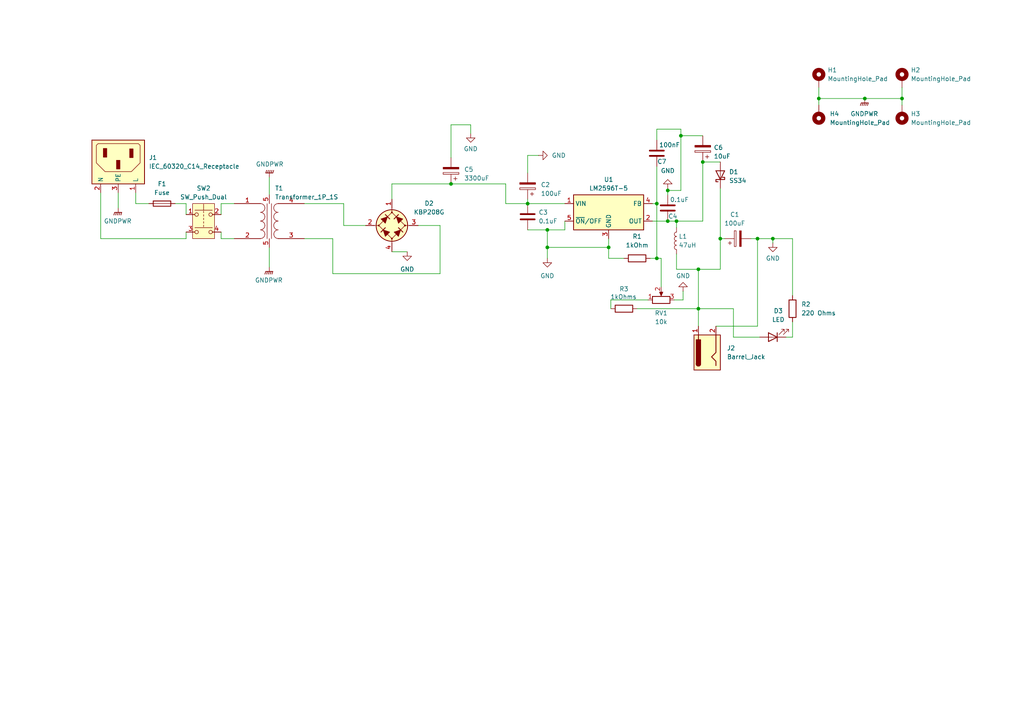
<source format=kicad_sch>
(kicad_sch (version 20250114) (generator "eeschema") (generator_version "9.0")
  (paper "A4")
  (lib_symbols
    (symbol "166Transformer:Transformer_1P_1S" (pin_names (offset 1.016) (hide yes))
      (property "Reference" "T" (at 0 6.35 0))
      (property "Value" "Transformer_1P_1S" (at 0 -7.62 0))
      (symbol "Transformer_1P_1S_0_1"
        (arc (start -1.27 3.81) (mid -1.656 2.9336) (end -2.54 2.5654))
        (arc (start -1.27 1.27) (mid -1.656 0.3936) (end -2.54 0.0254))
        (arc (start -1.27 -1.27) (mid -1.656 -2.1464) (end -2.54 -2.5146))
        (arc (start -1.27 -3.81) (mid -1.656 -4.6864) (end -2.54 -5.0546))
        (arc (start -2.54 5.08) (mid -1.642 4.708) (end -1.27 3.81))
        (arc (start -2.54 2.54) (mid -1.642 2.168) (end -1.27 1.27))
        (arc (start -2.54 0) (mid -1.642 -0.372) (end -1.27 -1.27))
        (arc (start -2.54 -2.54) (mid -1.642 -2.912) (end -1.27 -3.81))
        (polyline (pts (xy -0.635 5.08) (xy -0.635 -5.08)))
        (polyline (pts (xy 0.635 -5.08) (xy 0.635 5.08)))
        (arc (start 1.2954 3.81) (mid 1.6457 4.7117) (end 2.54 5.08))
        (arc (start 1.2954 1.27) (mid 1.6457 2.1717) (end 2.54 2.54))
        (arc (start 1.2954 -1.27) (mid 1.6457 -0.3683) (end 2.54 0))
        (arc (start 2.54 2.5654) (mid 1.6599 2.9299) (end 1.2954 3.81))
        (arc (start 2.54 0.0254) (mid 1.6599 0.3899) (end 1.2954 1.27))
        (arc (start 2.54 -2.5146) (mid 1.6599 -2.1501) (end 1.2954 -1.27))
        (arc (start 1.3208 -3.81) (mid 1.6711 -2.9085) (end 2.5654 -2.54))
        (arc (start 2.5654 -5.0546) (mid 1.6851 -4.6902) (end 1.3208 -3.81))
      )
      (symbol "Transformer_1P_1S_1_1"
        (pin passive line (at -10.16 5.08 0) (length 7.62) (name "AA") (number "1"))
        (pin passive line (at -10.16 -5.08 0) (length 7.62) (name "AB") (number "2"))
        (pin passive line (at 0 7.62 270) (length 2.54) (name "EGND") (number "5"))
        (pin passive line (at 0 -7.62 90) (length 2.54) (name "EGND") (number "5"))
        (pin passive line (at 10.16 5.08 180) (length 7.62) (name "SB") (number "4"))
        (pin passive line (at 10.16 -5.08 180) (length 7.62) (name "SA") (number "3"))
      )
    )
    (symbol "Connector:Barrel_Jack" (pin_names (offset 1.016))
      (property "Reference" "J" (at 0 5.334 0))
      (property "Value" "Barrel_Jack" (at 0 -5.08 0))
      (symbol "Barrel_Jack_0_1"
        (rectangle (start -5.08 3.81) (end 5.08 -3.81) (stroke (width 0.254)) (fill (type background)))
        (polyline (pts (xy -3.81 -2.54) (xy -2.54 -2.54) (xy -1.27 -1.27) (xy 0 -2.54) (xy 2.54 -2.54) (xy 5.08 -2.54)) (stroke (width 0.254)))
        (arc (start -3.302 1.905) (mid -3.9343 2.54) (end -3.302 3.175) (stroke (width 0.254)))
        (arc (start -3.302 1.905) (mid -3.9343 2.54) (end -3.302 3.175) (stroke (width 0.254)) (fill (type outline)))
        (rectangle (start 3.683 3.175) (end -3.302 1.905) (stroke (width 0.254)) (fill (type outline)))
        (polyline (pts (xy 5.08 2.54) (xy 3.81 2.54)) (stroke (width 0.254)))
      )
      (symbol "Barrel_Jack_1_1"
        (pin passive line (at 7.62 2.54 180) (length 2.54) (name "~") (number "1"))
        (pin passive line (at 7.62 -2.54 180) (length 2.54) (name "~") (number "2"))
      )
    )
    (symbol "Connector:IEC_60320_C14_Receptacle"
      (property "Reference" "J" (at -5.842 8.636 0))
      (property "Value" "IEC_60320_C14_Receptacle" (at 0 -9.144 0))
      (symbol "IEC_60320_C14_Receptacle_1_1"
        (rectangle (start -6.35 7.62) (end 6.35 -7.62) (stroke (width 0.254)) (fill (type background)))
        (polyline (pts (xy -4.826 -6.35) (xy -5.334 -5.842) (xy -5.334 5.842) (xy -4.826 6.35) (xy 0.254 6.35) (xy 2.794 3.81) (xy 2.794 -3.81) (xy 0.254 -6.35) (xy -4.826 -6.35)) (fill (type background)))
        (rectangle (start -3.937 -3.302) (end -1.397 -4.318) (fill (type outline)))
        (rectangle (start -3.81 4.318) (end -1.27 3.302) (fill (type outline)))
        (rectangle (start -0.508 0.508) (end 2.032 -0.508) (fill (type outline)))
        (pin power_in line (at 8.89 5.08 180) (length 2.54) (name "L") (number "1"))
        (pin bidirectional line (at 8.89 0 180) (length 2.54) (name "PE") (number "3"))
        (pin power_in line (at 8.89 -5.08 180) (length 2.54) (name "N") (number "2"))
      )
    )
    (symbol "Device:C" (pin_numbers (hide yes)) (pin_names (offset 0.254))
      (property "Reference" "C" (at 0.635 2.54 0))
      (property "Value" "C" (at 0.635 -2.54 0))
      (symbol "C_0_1"
        (polyline (pts (xy -2.032 0.762) (xy 2.032 0.762)) (stroke (width 0.508)))
        (polyline (pts (xy -2.032 -0.762) (xy 2.032 -0.762)) (stroke (width 0.508)))
      )
      (symbol "C_1_1"
        (pin passive line (at 0 3.81 270) (length 2.794) (name "~") (number "1"))
        (pin passive line (at 0 -3.81 90) (length 2.794) (name "~") (number "2"))
      )
    )
    (symbol "Device:C_Polarized" (pin_numbers (hide yes)) (pin_names (offset 0.254))
      (property "Reference" "C" (at 0.635 2.54 0))
      (property "Value" "C_Polarized" (at 0.635 -2.54 0))
      (symbol "C_Polarized_0_1"
        (rectangle (start -2.286 0.508) (end 2.286 1.016))
        (polyline (pts (xy -1.778 2.286) (xy -0.762 2.286)))
        (polyline (pts (xy -1.27 2.794) (xy -1.27 1.778)))
        (rectangle (start 2.286 -0.508) (end -2.286 -1.016) (fill (type outline)))
      )
      (symbol "C_Polarized_1_1"
        (pin passive line (at 0 3.81 270) (length 2.794) (name "~") (number "1"))
        (pin passive line (at 0 -3.81 90) (length 2.794) (name "~") (number "2"))
      )
    )
    (symbol "Device:D_Schottky" (pin_numbers (hide yes)) (pin_names (offset 1.016) (hide yes))
      (property "Reference" "D" (at 0 2.54 0))
      (property "Value" "D_Schottky" (at 0 -2.54 0))
      (symbol "D_Schottky_0_1"
        (polyline (pts (xy -1.905 0.635) (xy -1.905 1.27) (xy -1.27 1.27) (xy -1.27 -1.27) (xy -0.635 -1.27) (xy -0.635 -0.635)) (stroke (width 0.254)))
        (polyline (pts (xy 1.27 1.27) (xy 1.27 -1.27) (xy -1.27 0) (xy 1.27 1.27)) (stroke (width 0.254)))
        (polyline (pts (xy 1.27 0) (xy -1.27 0)))
      )
      (symbol "D_Schottky_1_1"
        (pin passive line (at -3.81 0 0) (length 2.54) (name "K") (number "1"))
        (pin passive line (at 3.81 0 180) (length 2.54) (name "A") (number "2"))
      )
    )
    (symbol "Device:Fuse" (pin_numbers (hide yes)) (pin_names (offset 0))
      (property "Reference" "F" (at 2.032 0 90))
      (property "Value" "Fuse" (at -1.905 0 90))
      (symbol "Fuse_0_1"
        (rectangle (start -0.762 -2.54) (end 0.762 2.54) (stroke (width 0.254)))
        (polyline (pts (xy 0 2.54) (xy 0 -2.54)))
      )
      (symbol "Fuse_1_1"
        (pin passive line (at 0 3.81 270) (length 1.27) (name "~") (number "1"))
        (pin passive line (at 0 -3.81 90) (length 1.27) (name "~") (number "2"))
      )
    )
    (symbol "Device:L" (pin_numbers (hide yes)) (pin_names (offset 1.016) (hide yes))
      (property "Reference" "L" (at -1.27 0 90))
      (property "Value" "L" (at 1.905 0 90))
      (symbol "L_0_1"
        (arc (start 0 2.54) (mid 0.6323 1.905) (end 0 1.27))
        (arc (start 0 1.27) (mid 0.6323 0.635) (end 0 0))
        (arc (start 0 0) (mid 0.6323 -0.635) (end 0 -1.27))
        (arc (start 0 -1.27) (mid 0.6323 -1.905) (end 0 -2.54))
      )
      (symbol "L_1_1"
        (pin passive line (at 0 3.81 270) (length 1.27) (name "1") (number "1"))
        (pin passive line (at 0 -3.81 90) (length 1.27) (name "2") (number "2"))
      )
    )
    (symbol "Device:LED" (pin_numbers (hide yes)) (pin_names (offset 1.016) (hide yes))
      (property "Reference" "D" (at 0 2.54 0))
      (property "Value" "LED" (at 0 -2.54 0))
      (symbol "LED_0_1"
        (polyline (pts (xy -3.048 -0.762) (xy -4.572 -2.286) (xy -3.81 -2.286) (xy -4.572 -2.286) (xy -4.572 -1.524)))
        (polyline (pts (xy -1.778 -0.762) (xy -3.302 -2.286) (xy -2.54 -2.286) (xy -3.302 -2.286) (xy -3.302 -1.524)))
        (polyline (pts (xy -1.27 0) (xy 1.27 0)))
        (polyline (pts (xy -1.27 -1.27) (xy -1.27 1.27)) (stroke (width 0.254)))
        (polyline (pts (xy 1.27 -1.27) (xy 1.27 1.27) (xy -1.27 0) (xy 1.27 -1.27)) (stroke (width 0.254)))
      )
      (symbol "LED_1_1"
        (pin passive line (at -3.81 0 0) (length 2.54) (name "K") (number "1"))
        (pin passive line (at 3.81 0 180) (length 2.54) (name "A") (number "2"))
      )
    )
    (symbol "Device:R" (pin_numbers (hide yes)) (pin_names (offset 0))
      (property "Reference" "R" (at 2.032 0 90))
      (property "Value" "R" (at 0 0 90))
      (symbol "R_0_1"
        (rectangle (start -1.016 -2.54) (end 1.016 2.54) (stroke (width 0.254)))
      )
      (symbol "R_1_1"
        (pin passive line (at 0 3.81 270) (length 1.27) (name "~") (number "1"))
        (pin passive line (at 0 -3.81 90) (length 1.27) (name "~") (number "2"))
      )
    )
    (symbol "Device:R_Potentiometer" (pin_names (offset 1.016) (hide yes))
      (property "Reference" "RV" (at -4.445 0 90))
      (property "Value" "R_Potentiometer" (at -2.54 0 90))
      (symbol "R_Potentiometer_0_1"
        (rectangle (start 1.016 2.54) (end -1.016 -2.54) (stroke (width 0.254)))
        (polyline (pts (xy 1.143 0) (xy 2.286 0.508) (xy 2.286 -0.508) (xy 1.143 0)) (fill (type outline)))
        (polyline (pts (xy 2.54 0) (xy 1.524 0)))
      )
      (symbol "R_Potentiometer_1_1"
        (pin passive line (at 0 3.81 270) (length 1.27) (name "1") (number "1"))
        (pin passive line (at 0 -3.81 90) (length 1.27) (name "3") (number "3"))
        (pin passive line (at 3.81 0 180) (length 1.27) (name "2") (number "2"))
      )
    )
    (symbol "Mechanical:MountingHole_Pad" (pin_numbers (hide yes)) (pin_names (offset 1.016) (hide yes)) (in_bom no)
      (property "Reference" "H" (at 0 6.35 0))
      (property "Value" "MountingHole_Pad" (at 0 4.445 0))
      (symbol "MountingHole_Pad_0_1"
        (circle (center 0 1.27) (radius 1.27) (stroke (width 1.27)))
      )
      (symbol "MountingHole_Pad_1_1"
        (pin input line (at 0 -2.54 90) (length 2.54) (name "1") (number "1"))
      )
    )
    (symbol "PCM_Diode_Bridge_AKL:KBP208G" (pin_names (offset 1.016) (hide yes))
      (property "Reference" "D" (at 5.08 7.62 0))
      (property "Value" "KBP208G" (at 5.08 5.08 0))
      (symbol "KBP208G_0_1"
        (polyline (pts (xy -5.08 0) (xy -3.81 0)))
        (circle (center -3.81 0) (radius 0.1778) (fill (type outline)))
        (polyline (pts (xy -2.54 -1.27) (xy -1.905 -3.175) (xy -0.635 -1.905) (xy -2.54 -1.27)) (fill (type outline)))
        (polyline (pts (xy -1.905 3.175) (xy -0.635 1.905)) (stroke (width 0.254)))
        (polyline (pts (xy -1.905 -0.635) (xy -3.175 -1.905)) (stroke (width 0.254)))
        (polyline (pts (xy -1.27 2.54) (xy -1.905 0.635) (xy -3.175 1.905) (xy -1.27 2.54)) (fill (type outline)))
        (polyline (pts (xy 0 5.08) (xy 0 3.81)))
        (polyline (pts (xy 0 3.81) (xy -3.81 0) (xy 0 -3.81) (xy 3.81 0) (xy 0 3.81)))
        (circle (center 0 0) (radius 4.572) (stroke (width 0.254)) (fill (type background)))
        (polyline (pts (xy 0 -5.08) (xy 0 -3.81)))
        (polyline (pts (xy 1.27 2.54) (xy 3.175 1.905) (xy 1.905 0.635) (xy 1.27 2.54)) (fill (type outline)))
        (polyline (pts (xy 1.905 3.175) (xy 0.635 1.905)) (stroke (width 0.254)))
        (polyline (pts (xy 2.54 -1.27) (xy 0.635 -1.905) (xy 1.905 -3.175) (xy 2.54 -1.27)) (fill (type outline)))
        (polyline (pts (xy 3.175 -1.905) (xy 1.905 -0.635)) (stroke (width 0.254)))
        (polyline (pts (xy 5.08 0) (xy 3.81 0)))
      )
      (symbol "KBP208G_1_1"
        (circle (center 0 3.81) (radius 0.1778) (fill (type outline)))
        (circle (center 0 -3.81) (radius 0.1778) (fill (type outline)))
        (circle (center 3.81 0) (radius 0.1778) (fill (type outline)))
        (pin passive line (at -7.62 0 0) (length 2.54) (name "1") (number "2"))
        (pin passive line (at 0 7.62 270) (length 2.54) (name "+") (number "1"))
        (pin passive line (at 0 -7.62 90) (length 2.54) (name "-") (number "4"))
        (pin passive line (at 7.62 0 180) (length 2.54) (name "2") (number "3"))
      )
    )
    (symbol "Regulator_Switching:LM2596T-5"
      (property "Reference" "U" (at -10.16 6.35 0))
      (property "Value" "LM2596T-5" (at 0 6.35 0))
      (symbol "LM2596T-5_0_1"
        (rectangle (start -10.16 5.08) (end 10.16 -5.08) (stroke (width 0.254)) (fill (type background)))
      )
      (symbol "LM2596T-5_1_1"
        (pin power_in line (at -12.7 2.54 0) (length 2.54) (name "VIN") (number "1"))
        (pin input line (at -12.7 -2.54 0) (length 2.54) (name "~{ON}/OFF") (number "5"))
        (pin power_in line (at 0 -7.62 90) (length 2.54) (name "GND") (number "3"))
        (pin input line (at 12.7 2.54 180) (length 2.54) (name "FB") (number "4"))
        (pin output line (at 12.7 -2.54 180) (length 2.54) (name "OUT") (number "2"))
      )
    )
    (symbol "Switch:SW_Push_Dual" (pin_names (offset 1.016) (hide yes))
      (property "Reference" "SW" (at 0 7.62 0))
      (property "Value" "SW_Push_Dual" (at 0 -6.35 0))
      (symbol "SW_Push_Dual_0_1"
        (circle (center -2.032 2.54) (radius 0.508))
        (circle (center -2.032 -2.54) (radius 0.508))
        (polyline (pts (xy 0 3.81) (xy 0 5.588)))
        (polyline (pts (xy 0 3.048) (xy 0 3.556)))
        (polyline (pts (xy 0 2.032) (xy 0 2.54)))
        (polyline (pts (xy 0 1.016) (xy 0 1.524)))
        (polyline (pts (xy 0 0.508) (xy 0 0)))
        (polyline (pts (xy 0 -0.508) (xy 0 -1.016)))
        (circle (center 2.032 2.54) (radius 0.508))
        (circle (center 2.032 -2.54) (radius 0.508))
        (polyline (pts (xy 2.54 3.81) (xy -2.54 3.81)))
        (polyline (pts (xy 2.54 -1.27) (xy -2.54 -1.27)))
        (pin passive line (at -5.08 2.54 0) (length 2.54) (name "1") (number "1"))
        (pin passive line (at -5.08 -2.54 0) (length 2.54) (name "3") (number "3"))
        (pin passive line (at 5.08 2.54 180) (length 2.54) (name "2") (number "2"))
        (pin passive line (at 5.08 -2.54 180) (length 2.54) (name "4") (number "4"))
      )
      (symbol "SW_Push_Dual_1_1"
        (rectangle (start -3.175 5.715) (end 3.175 -4.445) (fill (type background)))
      )
    )
    (symbol "power:GND" (power) (pin_numbers (hide yes)) (pin_names (offset 0) (hide yes))
      (property "Value" "GND" (at 0 -3.81 0))
      (symbol "GND_0_1"
        (polyline (pts (xy 0 0) (xy 0 -1.27) (xy 1.27 -1.27) (xy 0 -2.54) (xy -1.27 -1.27) (xy 0 -1.27)))
      )
      (symbol "GND_1_1"
        (pin power_in line (at 0 0 270) (length 0) (name "~") (number "1"))
      )
    )
    (symbol "power:GNDPWR" (power) (pin_numbers (hide yes)) (pin_names (offset 0) (hide yes))
      (property "Value" "GNDPWR" (at 0 -3.302 0))
      (symbol "GNDPWR_0_1"
        (polyline (pts (xy -1.016 -1.27) (xy -1.27 -2.032) (xy -1.27 -2.032)) (stroke (width 0.2032)))
        (polyline (pts (xy -0.508 -1.27) (xy -0.762 -2.032) (xy -0.762 -2.032)) (stroke (width 0.2032)))
        (polyline (pts (xy 0 -1.27) (xy 0 0)))
        (polyline (pts (xy 0 -1.27) (xy -0.254 -2.032) (xy -0.254 -2.032)) (stroke (width 0.2032)))
        (polyline (pts (xy 0.508 -1.27) (xy 0.254 -2.032) (xy 0.254 -2.032)) (stroke (width 0.2032)))
        (polyline (pts (xy 1.016 -1.27) (xy -1.016 -1.27) (xy -1.016 -1.27)) (stroke (width 0.2032)))
        (polyline (pts (xy 1.016 -1.27) (xy 0.762 -2.032) (xy 0.762 -2.032) (xy 0.762 -2.032)) (stroke (width 0.2032)))
      )
      (symbol "GNDPWR_1_1"
        (pin power_in line (at 0 0 270) (length 0) (name "~") (number "1"))
      )
    )
  )
  (junction (at 203.835 46.99))
  (junction (at 196.215 64.135))
  (junction (at 261.62 28.575))
  (junction (at 208.915 69.215))
  (junction (at 153.035 59.055))
  (junction (at 193.675 64.135))
  (junction (at 224.155 69.215))
  (junction (at 190.5 59.055))
  (junction (at 158.75 71.755))
  (junction (at 176.53 71.755))
  (junction (at 250.825 28.575))
  (junction (at 219.71 69.215))
  (junction (at 130.81 53.34))
  (junction (at 237.49 28.575))
  (junction (at 202.565 78.105))
  (junction (at 158.75 66.675))
  (junction (at 197.485 39.37))
  (junction (at 202.565 89.535))
  (junction (at 193.675 55.245))
  (junction (at 190.5 74.93))
  (wire (pts (xy 113.665 73.025) (xy 118.11 73.025)))
  (wire (pts (xy 193.675 54.61) (xy 193.675 55.245)))
  (wire (pts (xy 136.525 36.195) (xy 136.525 38.735)))
  (wire (pts (xy 212.725 89.535) (xy 202.565 89.535)))
  (wire (pts (xy 237.49 28.575) (xy 250.825 28.575)))
  (wire (pts (xy 158.75 71.755) (xy 158.75 74.93)))
  (wire (pts (xy 153.035 66.675) (xy 158.75 66.675)))
  (wire (pts (xy 113.665 53.34) (xy 130.81 53.34)))
  (wire (pts (xy 96.52 79.375) (xy 127.635 79.375)))
  (wire (pts (xy 99.695 65.405) (xy 99.695 59.055)))
  (wire (pts (xy 203.835 46.99) (xy 208.915 46.99)))
  (wire (pts (xy 130.81 53.34) (xy 146.685 53.34)))
  (wire (pts (xy 190.5 40.64) (xy 190.5 37.465)))
  (wire (pts (xy 190.5 74.93) (xy 191.77 74.93)))
  (wire (pts (xy 237.49 30.48) (xy 237.49 28.575)))
  (wire (pts (xy 158.75 66.675) (xy 158.75 71.755)))
  (wire (pts (xy 180.975 74.93) (xy 176.53 74.93)))
  (wire (pts (xy 153.035 59.055) (xy 163.83 59.055)))
  (wire (pts (xy 163.83 66.675) (xy 158.75 66.675)))
  (wire (pts (xy 202.565 94.615) (xy 202.565 89.535)))
  (wire (pts (xy 153.035 45.085) (xy 156.21 45.085)))
  (wire (pts (xy 190.5 48.26) (xy 190.5 59.055)))
  (wire (pts (xy 153.035 59.055) (xy 146.685 59.055)))
  (wire (pts (xy 196.215 78.105) (xy 202.565 78.105)))
  (wire (pts (xy 208.915 54.61) (xy 208.915 69.215)))
  (wire (pts (xy 229.87 97.79) (xy 229.87 93.345)))
  (wire (pts (xy 197.485 37.465) (xy 197.485 39.37)))
  (wire (pts (xy 64.135 69.215) (xy 67.945 69.215)))
  (wire (pts (xy 64.135 59.055) (xy 67.945 59.055)))
  (wire (pts (xy 229.87 85.725) (xy 229.87 69.215)))
  (wire (pts (xy 261.62 25.4) (xy 261.62 28.575)))
  (wire (pts (xy 43.18 59.055) (xy 39.37 59.055)))
  (wire (pts (xy 219.71 69.215) (xy 217.805 69.215)))
  (wire (pts (xy 208.915 69.215) (xy 208.915 78.105)))
  (wire (pts (xy 193.675 55.245) (xy 193.675 56.515)))
  (wire (pts (xy 130.81 45.72) (xy 130.81 36.195)))
  (wire (pts (xy 212.725 97.79) (xy 212.725 89.535)))
  (wire (pts (xy 224.155 69.215) (xy 219.71 69.215)))
  (wire (pts (xy 176.53 71.755) (xy 158.75 71.755)))
  (wire (pts (xy 191.77 74.93) (xy 191.77 83.185)))
  (wire (pts (xy 153.035 50.165) (xy 153.035 45.085)))
  (wire (pts (xy 196.215 78.105) (xy 196.215 73.66)))
  (wire (pts (xy 202.565 78.105) (xy 202.565 89.535)))
  (wire (pts (xy 208.915 69.215) (xy 210.185 69.215)))
  (wire (pts (xy 195.58 86.995) (xy 198.12 86.995)))
  (wire (pts (xy 189.23 64.135) (xy 193.675 64.135)))
  (wire (pts (xy 176.53 74.93) (xy 176.53 71.755)))
  (wire (pts (xy 219.71 94.615) (xy 219.71 69.215)))
  (wire (pts (xy 64.135 67.31) (xy 64.135 69.215)))
  (wire (pts (xy 203.835 64.135) (xy 196.215 64.135)))
  (wire (pts (xy 146.685 53.34) (xy 146.685 59.055)))
  (wire (pts (xy 78.105 71.755) (xy 78.105 77.47)))
  (wire (pts (xy 237.49 25.4) (xy 237.49 28.575)))
  (wire (pts (xy 177.165 86.995) (xy 177.165 89.535)))
  (wire (pts (xy 176.53 69.215) (xy 176.53 71.755)))
  (wire (pts (xy 99.695 59.055) (xy 88.265 59.055)))
  (wire (pts (xy 196.215 64.135) (xy 193.675 64.135)))
  (wire (pts (xy 113.665 57.785) (xy 113.665 53.34)))
  (wire (pts (xy 96.52 69.215) (xy 96.52 79.375)))
  (wire (pts (xy 220.345 97.79) (xy 212.725 97.79)))
  (wire (pts (xy 229.87 69.215) (xy 224.155 69.215)))
  (wire (pts (xy 261.62 28.575) (xy 250.825 28.575)))
  (wire (pts (xy 106.045 65.405) (xy 99.695 65.405)))
  (wire (pts (xy 196.215 66.04) (xy 196.215 64.135)))
  (wire (pts (xy 53.975 69.215) (xy 29.21 69.215)))
  (wire (pts (xy 190.5 37.465) (xy 197.485 37.465)))
  (wire (pts (xy 50.8 59.055) (xy 53.975 59.055)))
  (wire (pts (xy 184.785 89.535) (xy 202.565 89.535)))
  (wire (pts (xy 53.975 67.31) (xy 53.975 69.215)))
  (wire (pts (xy 53.975 59.055) (xy 53.975 62.23)))
  (wire (pts (xy 197.485 55.245) (xy 193.675 55.245)))
  (wire (pts (xy 224.155 70.485) (xy 224.155 69.215)))
  (wire (pts (xy 188.595 74.93) (xy 190.5 74.93)))
  (wire (pts (xy 163.83 64.135) (xy 163.83 66.675)))
  (wire (pts (xy 189.23 59.055) (xy 190.5 59.055)))
  (wire (pts (xy 198.12 84.455) (xy 198.12 86.995)))
  (wire (pts (xy 190.5 59.055) (xy 190.5 74.93)))
  (wire (pts (xy 127.635 65.405) (xy 121.285 65.405)))
  (wire (pts (xy 127.635 79.375) (xy 127.635 65.405)))
  (wire (pts (xy 29.21 55.88) (xy 29.21 69.215)))
  (wire (pts (xy 227.965 97.79) (xy 229.87 97.79)))
  (wire (pts (xy 207.645 94.615) (xy 219.71 94.615)))
  (wire (pts (xy 88.265 69.215) (xy 96.52 69.215)))
  (wire (pts (xy 203.835 46.99) (xy 203.835 64.135)))
  (wire (pts (xy 208.915 78.105) (xy 202.565 78.105)))
  (wire (pts (xy 153.035 57.785) (xy 153.035 59.055)))
  (wire (pts (xy 34.29 55.88) (xy 34.29 60.325)))
  (wire (pts (xy 64.135 59.055) (xy 64.135 62.23)))
  (wire (pts (xy 130.81 36.195) (xy 136.525 36.195)))
  (wire (pts (xy 78.105 51.435) (xy 78.105 56.515)))
  (wire (pts (xy 203.835 39.37) (xy 197.485 39.37)))
  (wire (pts (xy 197.485 39.37) (xy 197.485 55.245)))
  (wire (pts (xy 187.96 86.995) (xy 177.165 86.995)))
  (wire (pts (xy 39.37 55.88) (xy 39.37 59.055)))
  (wire (pts (xy 261.62 30.48) (xy 261.62 28.575)))
  (symbol (lib_id "Mechanical:MountingHole_Pad") (at 261.62 33.02 180) (unit 1) (in_bom no)
    (property "Reference" "H3" (at 264.16 33.0199 0) (effects (justify right)))
    (property "Value" "MountingHole_Pad" (at 264.16 35.5599 0) (effects (justify right)))
    (property "Footprint" "MountingHole:MountingHole_2.2mm_M2_DIN965_Pad" (effects (hide yes)))
    (property "Description" "Mounting Hole with connection" (effects (hide yes)))
  )
  (symbol (lib_id "Switch:SW_Push_Dual") (at 59.055 64.77 0) (unit 1)
    (property "Reference" "SW2" (at 59.055 54.61 0))
    (property "Value" "SW_Push_Dual" (at 59.055 57.15 0))
    (property "Footprint" "166_LIB:ST24_SWITCH" (effects (hide yes)))
    (property "Description" "Push button switch, generic, symbol, four pins" (effects (hide yes)))
  )
  (symbol (lib_id "power:GNDPWR") (at 78.105 77.47 0) (unit 1)
    (property "Reference" "#PWR08" (effects (hide yes)))
    (property "Value" "GNDPWR" (at 77.978 81.28 0))
    (property "Description" "Power symbol creates a global label with name \"GNDPWR\" , global ground" (effects (hide yes)))
  )
  (symbol (lib_id "power:GND") (at 224.155 70.485 0) (unit 1)
    (property "Reference" "#PWR03" (effects (hide yes)))
    (property "Value" "GND" (at 224.155 74.93 0))
    (property "Description" "Power symbol creates a global label with name \"GND\" , ground" (effects (hide yes)))
  )
  (symbol (lib_id "Device:L") (at 196.215 69.85 180) (unit 1)
    (property "Reference" "L1" (at 196.85 68.5799 0) (effects (justify right)))
    (property "Value" "47uH" (at 196.85 71.1199 0) (effects (justify right)))
    (property "Footprint" "Inductor_THT:L_Axial_L5.3mm_D2.2mm_P10.16mm_Horizontal_Vishay_IM-1" (effects (hide yes)))
    (property "Description" "Inductor" (effects (hide yes)))
  )
  (symbol (lib_id "Mechanical:MountingHole_Pad") (at 261.62 22.86 0) (unit 1) (in_bom no)
    (property "Reference" "H2" (at 264.16 20.3199 0) (effects (justify left)))
    (property "Value" "MountingHole_Pad" (at 264.16 22.8599 0) (effects (justify left)))
    (property "Footprint" "MountingHole:MountingHole_2.2mm_M2_DIN965_Pad" (effects (hide yes)))
    (property "Description" "Mounting Hole with connection" (effects (hide yes)))
  )
  (symbol (lib_id "166Transformer:Transformer_1P_1S") (at 78.105 64.135 0) (unit 1)
    (property "Reference" "T1" (at 79.7561 54.61 0) (effects (justify left)))
    (property "Value" "Transformer_1P_1S" (at 79.7561 57.15 0) (effects (justify left)))
    (property "Footprint" "166_LIB:Transformer_166J" (effects (hide yes)))
    (property "Description" "Transformer, single primary, single secondary" (effects (hide yes)))
  )
  (symbol (lib_id "Connector:Barrel_Jack") (at 205.105 102.235 90) (unit 1)
    (property "Reference" "J2" (at 210.82 100.9649 90) (effects (justify right)))
    (property "Value" "Barrel_Jack" (at 210.82 103.5049 90) (effects (justify right)))
    (property "Footprint" "Connector_BarrelJack:BarrelJack_SwitchcraftConxall_RAPC10U_Horizontal" (effects (hide yes)))
    (property "Description" "DC Barrel Jack" (effects (hide yes)))
  )
  (symbol (lib_id "power:GND") (at 156.21 45.085 90) (unit 1)
    (property "Reference" "#PWR04" (effects (hide yes)))
    (property "Value" "GND" (at 160.02 45.0849 90) (effects (justify right)))
    (property "Description" "Power symbol creates a global label with name \"GND\" , ground" (effects (hide yes)))
  )
  (symbol (lib_id "Device:R") (at 180.975 89.535 270) (unit 1)
    (property "Reference" "R3" (at 180.975 83.82 90))
    (property "Value" "1kOhms" (at 180.848 86.106 90))
    (property "Footprint" "PCM_Resistor_THT_AKL:R_Axial_DIN0207_L6.3mm_D2.5mm_P10.16mm_Horizontal" (effects (hide yes)))
    (property "Description" "Resistor" (effects (hide yes)))
  )
  (symbol (lib_id "Device:D_Schottky") (at 208.915 50.8 90) (unit 1)
    (property "Reference" "D1" (at 211.455 49.8474 90) (effects (justify right)))
    (property "Value" "SS34" (at 211.455 52.3874 90) (effects (justify right)))
    (property "Footprint" "Diode_THT:D_5W_P10.16mm_Horizontal" (effects (hide yes)))
    (property "Description" "Schottky diode" (effects (hide yes)))
  )
  (symbol (lib_id "power:GND") (at 136.525 38.735 0) (unit 1)
    (property "Reference" "#PWR07" (effects (hide yes)))
    (property "Value" "GND" (at 136.525 43.18 0))
    (property "Description" "Power symbol creates a global label with name \"GND\" , ground" (effects (hide yes)))
  )
  (symbol (lib_id "Device:C") (at 153.035 62.865 0) (unit 1)
    (property "Reference" "C3" (at 156.21 61.5949 0) (effects (justify left)))
    (property "Value" "0.1uF" (at 156.21 64.1349 0) (effects (justify left)))
    (property "Footprint" "Capacitor_THT:C_Axial_L3.8mm_D2.6mm_P7.50mm_Horizontal" (effects (hide yes)))
    (property "Description" "Unpolarized capacitor" (effects (hide yes)))
  )
  (symbol (lib_id "Device:C_Polarized") (at 153.035 53.975 180) (unit 1)
    (property "Reference" "C2" (at 156.845 53.5939 0) (effects (justify right)))
    (property "Value" "100uF" (at 156.845 56.1339 0) (effects (justify right)))
    (property "Footprint" "Capacitor_THT:CP_Radial_D5.0mm_P2.00mm" (effects (hide yes)))
    (property "Description" "Polarized capacitor" (effects (hide yes)))
  )
  (symbol (lib_id "Device:Fuse") (at 46.99 59.055 90) (unit 1)
    (property "Reference" "F1" (at 46.99 53.34 90))
    (property "Value" "Fuse" (at 46.99 55.88 90))
    (property "Footprint" "Fuse:Fuseholder_Clip-6.3x32mm_Littelfuse_102071_Inline_P34.70x7.60mm_D2.00mm_Horizontal" (effects (hide yes)))
    (property "Description" "Fuse" (effects (hide yes)))
  )
  (symbol (lib_id "power:GND") (at 118.11 73.025 0) (unit 1)
    (property "Reference" "#PWR06" (effects (hide yes)))
    (property "Value" "GND" (at 118.11 78.105 0))
    (property "Description" "Power symbol creates a global label with name \"GND\" , ground" (effects (hide yes)))
  )
  (symbol (lib_id "power:GND") (at 193.675 54.61 180) (unit 1)
    (property "Reference" "#PWR05" (effects (hide yes)))
    (property "Value" "GND" (at 193.675 49.53 0))
    (property "Description" "Power symbol creates a global label with name \"GND\" , ground" (effects (hide yes)))
  )
  (symbol (lib_id "power:GND") (at 158.75 74.93 0) (unit 1)
    (property "Reference" "#PWR02" (effects (hide yes)))
    (property "Value" "GND" (at 158.75 80.01 0))
    (property "Description" "Power symbol creates a global label with name \"GND\" , ground" (effects (hide yes)))
  )
  (symbol (lib_id "Device:R") (at 229.87 89.535 0) (unit 1)
    (property "Reference" "R2" (at 232.41 88.2649 0) (effects (justify left)))
    (property "Value" "220 Ohms" (at 232.41 90.8049 0) (effects (justify left)))
    (property "Footprint" "PCM_Resistor_THT_AKL:R_Axial_DIN0207_L6.3mm_D2.5mm_P10.16mm_Horizontal" (effects (hide yes)))
    (property "Description" "Resistor" (effects (hide yes)))
  )
  (symbol (lib_id "Device:C") (at 193.675 60.325 0) (unit 1)
    (property "Reference" "C4" (at 193.802 62.738 0) (effects (justify left)))
    (property "Value" "0.1uF" (at 194.31 57.912 0) (effects (justify left)))
    (property "Footprint" "Capacitor_THT:C_Axial_L3.8mm_D2.6mm_P7.50mm_Horizontal" (effects (hide yes)))
    (property "Description" "Unpolarized capacitor" (effects (hide yes)))
  )
  (symbol (lib_id "Device:C") (at 190.5 44.45 0) (unit 1)
    (property "Reference" "C7" (at 190.627 46.863 0) (effects (justify left)))
    (property "Value" "100nF" (at 191.135 42.037 0) (effects (justify left)))
    (property "Footprint" "Capacitor_THT:C_Axial_L3.8mm_D2.6mm_P7.50mm_Horizontal" (effects (hide yes)))
    (property "Description" "Unpolarized capacitor" (effects (hide yes)))
  )
  (symbol (lib_id "power:GND") (at 198.12 84.455 180) (unit 1)
    (property "Reference" "#PWR011" (effects (hide yes)))
    (property "Value" "GND" (at 198.12 80.01 0))
    (property "Description" "Power symbol creates a global label with name \"GND\" , ground" (effects (hide yes)))
  )
  (symbol (lib_id "PCM_Diode_Bridge_AKL:KBP208G") (at 113.665 65.405 0) (unit 1)
    (property "Reference" "D2" (at 124.46 58.9848 0))
    (property "Value" "KBP208G" (at 124.46 61.5248 0))
    (property "Footprint" "PCM_Diode_THT_AKL:Diode_Bridge_KBP" (effects (hide yes)))
    (property "Datasheet" "https://www.tme.eu/Document/d4bb250e05ce14ef0c1e7c773ee2a730/KBP210G.pdf" (effects (hide yes)))
    (property "Description" "2A, 800V, THT Diode bridge, Alternate KiCAD Library" (effects (hide yes)))
  )
  (symbol (lib_id "Mechanical:MountingHole_Pad") (at 237.49 33.02 180) (unit 1) (in_bom no)
    (property "Reference" "H4" (at 240.665 33.0199 0) (effects (justify right)))
    (property "Value" "MountingHole_Pad" (at 240.665 35.5599 0) (effects (justify right)))
    (property "Footprint" "MountingHole:MountingHole_2.2mm_M2_DIN965_Pad" (effects (hide yes)))
    (property "Description" "Mounting Hole with connection" (effects (hide yes)))
  )
  (symbol (lib_id "Device:R") (at 184.785 74.93 90) (unit 1)
    (property "Reference" "R1" (at 184.785 68.58 90))
    (property "Value" "1kOhm" (at 184.785 71.12 90))
    (property "Footprint" "PCM_Resistor_THT_AKL:R_Axial_DIN0207_L6.3mm_D2.5mm_P10.16mm_Horizontal" (effects (hide yes)))
    (property "Description" "Resistor" (effects (hide yes)))
  )
  (symbol (lib_id "Device:R_Potentiometer") (at 191.77 86.995 90) (unit 1)
    (property "Reference" "RV1" (at 191.77 90.805 90))
    (property "Value" "10k" (at 191.77 93.345 90))
    (property "Footprint" "PCM_Potentiometer_THT_AKL:Potentiometer_Alps_RK09L_Single_Vertical" (effects (hide yes)))
    (property "Description" "Potentiometer" (effects (hide yes)))
  )
  (symbol (lib_id "power:GNDPWR") (at 34.29 60.325 0) (unit 1)
    (property "Reference" "#PWR01" (effects (hide yes)))
    (property "Value" "GNDPWR" (at 34.163 64.135 0))
    (property "Description" "Power symbol creates a global label with name \"GNDPWR\" , global ground" (effects (hide yes)))
  )
  (symbol (lib_id "Device:LED") (at 224.155 97.79 180) (unit 1)
    (property "Reference" "D3" (at 225.7425 90.17 0))
    (property "Value" "LED" (at 225.7425 92.71 0))
    (property "Footprint" "LED_THT:LED_D2.0mm_W4.8mm_H2.5mm_FlatTop" (effects (hide yes)))
    (property "Description" "Light emitting diode" (effects (hide yes)))
    (property "Sim.Pins" "1=K 2=A" (effects (hide yes)))
  )
  (symbol (lib_id "Mechanical:MountingHole_Pad") (at 237.49 22.86 0) (unit 1) (in_bom no)
    (property "Reference" "H1" (at 240.03 20.3199 0) (effects (justify left)))
    (property "Value" "MountingHole_Pad" (at 240.03 22.8599 0) (effects (justify left)))
    (property "Footprint" "MountingHole:MountingHole_2.2mm_M2_DIN965_Pad" (effects (hide yes)))
    (property "Description" "Mounting Hole with connection" (effects (hide yes)))
  )
  (symbol (lib_id "Regulator_Switching:LM2596T-5") (at 176.53 61.595 0) (unit 1)
    (property "Reference" "U1" (at 176.53 52.07 0))
    (property "Value" "LM2596T-5" (at 176.53 54.61 0))
    (property "Footprint" "Package_TO_SOT_THT:TO-220-5_P3.4x3.7mm_StaggerOdd_Lead3.8mm_Vertical" (effects (hide yes)))
    (property "Datasheet" "http://www.ti.com/lit/ds/symlink/lm2596.pdf" (effects (hide yes)))
    (property "Description" "5V 3A 150kHz Step-Down Voltage Regulator, TO-220" (effects (hide yes)))
  )
  (symbol (lib_id "Device:C_Polarized") (at 203.835 43.18 180) (unit 1)
    (property "Reference" "C6" (at 207.01 42.7989 0) (effects (justify right)))
    (property "Value" "10uF" (at 207.01 45.3389 0) (effects (justify right)))
    (property "Footprint" "Capacitor_THT:CP_Radial_D5.0mm_P2.00mm" (effects (hide yes)))
    (property "Description" "Polarized capacitor" (effects (hide yes)))
  )
  (symbol (lib_id "Device:C_Polarized") (at 213.995 69.215 90) (unit 1)
    (property "Reference" "C1" (at 213.106 62.23 90))
    (property "Value" "100uF" (at 213.106 64.77 90))
    (property "Footprint" "Capacitor_THT:CP_Radial_D5.0mm_P2.00mm" (effects (hide yes)))
    (property "Description" "Polarized capacitor" (effects (hide yes)))
  )
  (symbol (lib_id "Device:C_Polarized") (at 130.81 49.53 180) (unit 1)
    (property "Reference" "C5" (at 134.62 49.1489 0) (effects (justify right)))
    (property "Value" "3300uF" (at 134.62 51.6889 0) (effects (justify right)))
    (property "Footprint" "Capacitor_THT:CP_Radial_D16.0mm_P7.50mm" (effects (hide yes)))
    (property "Description" "Polarized capacitor" (effects (hide yes)))
  )
  (symbol (lib_id "power:GNDPWR") (at 78.105 51.435 180) (unit 1)
    (property "Reference" "#PWR09" (effects (hide yes)))
    (property "Value" "GNDPWR" (at 78.232 47.625 0))
    (property "Description" "Power symbol creates a global label with name \"GNDPWR\" , global ground" (effects (hide yes)))
  )
  (symbol (lib_id "power:GNDPWR") (at 250.825 28.575 0) (unit 1)
    (property "Reference" "#PWR010" (effects (hide yes)))
    (property "Value" "GNDPWR" (at 250.698 33.02 0))
    (property "Description" "Power symbol creates a global label with name \"GNDPWR\" , global ground" (effects (hide yes)))
  )
  (symbol (lib_id "Connector:IEC_60320_C14_Receptacle") (at 34.29 46.99 270) (unit 1)
    (property "Reference" "J1" (at 43.18 45.7199 90) (effects (justify left)))
    (property "Value" "IEC_60320_C14_Receptacle" (at 43.18 48.2599 90) (effects (justify left)))
    (property "Footprint" "166_LIB:IEC_THT" (effects (hide yes)))
    (property "Description" "C14 Plug, 10A max" (effects (hide yes)))
  )
)
</source>
